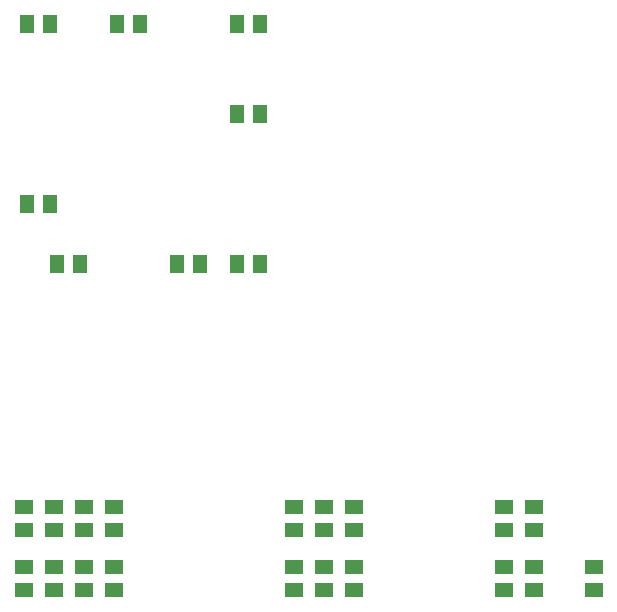
<source format=gbr>
G04 EAGLE Gerber RS-274X export*
G75*
%MOMM*%
%FSLAX34Y34*%
%LPD*%
%INSolderpaste Bottom*%
%IPPOS*%
%AMOC8*
5,1,8,0,0,1.08239X$1,22.5*%
G01*
%ADD10R,1.500000X1.300000*%
%ADD11R,1.300000X1.500000*%


D10*
X190500Y85700D03*
X190500Y66700D03*
X190500Y136500D03*
X190500Y117500D03*
X215900Y85700D03*
X215900Y66700D03*
X215900Y136500D03*
X215900Y117500D03*
X241300Y85700D03*
X241300Y66700D03*
X241300Y136500D03*
X241300Y117500D03*
X266700Y85700D03*
X266700Y66700D03*
X266700Y136500D03*
X266700Y117500D03*
X419100Y136500D03*
X419100Y117500D03*
X419100Y85700D03*
X419100Y66700D03*
X444500Y136500D03*
X444500Y117500D03*
X444500Y85700D03*
X444500Y66700D03*
X596900Y85700D03*
X596900Y66700D03*
X596900Y136500D03*
X596900Y117500D03*
X622300Y85700D03*
X622300Y66700D03*
X622300Y136500D03*
X622300Y117500D03*
X469900Y85700D03*
X469900Y66700D03*
X469900Y136500D03*
X469900Y117500D03*
X673100Y85700D03*
X673100Y66700D03*
D11*
X390500Y546100D03*
X371500Y546100D03*
X390500Y469900D03*
X371500Y469900D03*
X390500Y342900D03*
X371500Y342900D03*
X219100Y342900D03*
X238100Y342900D03*
X193700Y393700D03*
X212700Y393700D03*
X193700Y546100D03*
X212700Y546100D03*
X320700Y342900D03*
X339700Y342900D03*
X269900Y546100D03*
X288900Y546100D03*
M02*

</source>
